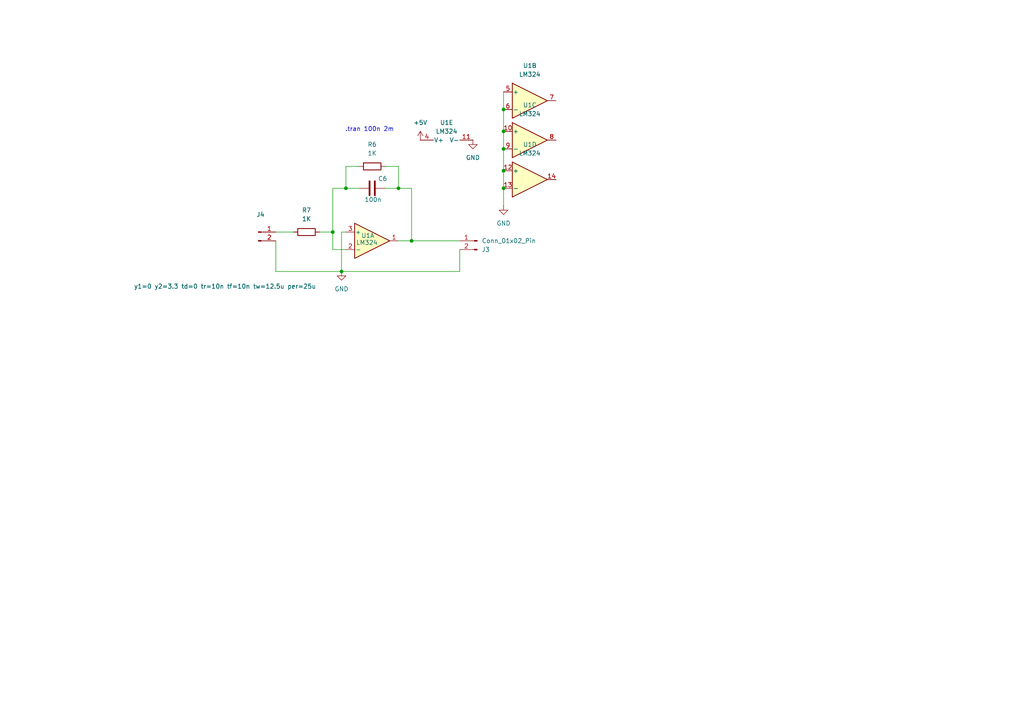
<source format=kicad_sch>
(kicad_sch (version 20231120) (generator "eeschema") (generator_version "8.0")
  (paper "A4")
  (lib_symbols
    (symbol "Amplifier_Operational:LM324" (pin_names (offset 0.127))
      (property "Reference" "U" (at 0 5.08 0))
      (property "Value" "LM324" (at 0 -5.08 0))
      (symbol "LM324_1_1"
        (polyline (pts (xy -5.08 5.08) (xy 5.08 0) (xy -5.08 -5.08) (xy -5.08 5.08)) (stroke (width 0.254)) (fill (type background)))
        (pin output line (at 7.62 0 180) (length 2.54) (name "~") (number "1"))
        (pin input line (at -7.62 -2.54 0) (length 2.54) (name "-") (number "2"))
        (pin input line (at -7.62 2.54 0) (length 2.54) (name "+") (number "3"))
      )
      (symbol "LM324_2_1"
        (polyline (pts (xy -5.08 5.08) (xy 5.08 0) (xy -5.08 -5.08) (xy -5.08 5.08)) (stroke (width 0.254)) (fill (type background)))
        (pin input line (at -7.62 2.54 0) (length 2.54) (name "+") (number "5"))
        (pin input line (at -7.62 -2.54 0) (length 2.54) (name "-") (number "6"))
        (pin output line (at 7.62 0 180) (length 2.54) (name "~") (number "7"))
      )
      (symbol "LM324_3_1"
        (polyline (pts (xy -5.08 5.08) (xy 5.08 0) (xy -5.08 -5.08) (xy -5.08 5.08)) (stroke (width 0.254)) (fill (type background)))
        (pin input line (at -7.62 2.54 0) (length 2.54) (name "+") (number "10"))
        (pin output line (at 7.62 0 180) (length 2.54) (name "~") (number "8"))
        (pin input line (at -7.62 -2.54 0) (length 2.54) (name "-") (number "9"))
      )
      (symbol "LM324_4_1"
        (polyline (pts (xy -5.08 5.08) (xy 5.08 0) (xy -5.08 -5.08) (xy -5.08 5.08)) (stroke (width 0.254)) (fill (type background)))
        (pin input line (at -7.62 2.54 0) (length 2.54) (name "+") (number "12"))
        (pin input line (at -7.62 -2.54 0) (length 2.54) (name "-") (number "13"))
        (pin output line (at 7.62 0 180) (length 2.54) (name "~") (number "14"))
      )
      (symbol "LM324_5_1"
        (pin power_in line (at -2.54 -7.62 90) (length 3.81) (name "V-") (number "11"))
        (pin power_in line (at -2.54 7.62 270) (length 3.81) (name "V+") (number "4"))
      )
    )
    (symbol "Connector:Conn_01x02_Pin" (pin_names (offset 1.016) hide)
      (property "Reference" "J" (at 0 2.54 0))
      (property "Value" "Conn_01x02_Pin" (at 0 -5.08 0))
      (symbol "Conn_01x02_Pin_1_1"
        (polyline (pts (xy 1.27 -2.54) (xy 0.8636 -2.54)) (stroke (width 0.1524)))
        (polyline (pts (xy 1.27 0) (xy 0.8636 0)) (stroke (width 0.1524)))
        (rectangle (start 0.8636 -2.413) (end 0 -2.667) (stroke (width 0.1524)) (fill (type outline)))
        (rectangle (start 0.8636 0.127) (end 0 -0.127) (stroke (width 0.1524)) (fill (type outline)))
        (pin passive line (at 5.08 0 180) (length 3.81) (name "Pin_1") (number "1"))
        (pin passive line (at 5.08 -2.54 180) (length 3.81) (name "Pin_2") (number "2"))
      )
    )
    (symbol "Device:C" (pin_numbers hide) (pin_names (offset 0.254))
      (property "Reference" "C" (at 0.635 2.54 0))
      (property "Value" "C" (at 0.635 -2.54 0))
      (symbol "C_0_1"
        (polyline (pts (xy -2.032 -0.762) (xy 2.032 -0.762)) (stroke (width 0.508)))
        (polyline (pts (xy -2.032 0.762) (xy 2.032 0.762)) (stroke (width 0.508)))
      )
      (symbol "C_1_1"
        (pin passive line (at 0 3.81 270) (length 2.794) (name "~") (number "1"))
        (pin passive line (at 0 -3.81 90) (length 2.794) (name "~") (number "2"))
      )
    )
    (symbol "Device:R" (pin_numbers hide) (pin_names (offset 0))
      (property "Reference" "R" (at 2.032 0 90))
      (property "Value" "R" (at 0 0 90))
      (symbol "R_0_1"
        (rectangle (start -1.016 -2.54) (end 1.016 2.54) (stroke (width 0.254)))
      )
      (symbol "R_1_1"
        (pin passive line (at 0 3.81 270) (length 1.27) (name "~") (number "1"))
        (pin passive line (at 0 -3.81 90) (length 1.27) (name "~") (number "2"))
      )
    )
    (symbol "power:+5V" (power) (pin_numbers hide) (pin_names (offset 0) hide)
      (property "Value" "+5V" (at 0 3.556 0))
      (symbol "+5V_0_1"
        (polyline (pts (xy -0.762 1.27) (xy 0 2.54)))
        (polyline (pts (xy 0 0) (xy 0 2.54)))
        (polyline (pts (xy 0 2.54) (xy 0.762 1.27)))
      )
      (symbol "+5V_1_1"
        (pin power_in line (at 0 0 90) (length 0) (name "~") (number "1"))
      )
    )
    (symbol "power:GND" (power) (pin_numbers hide) (pin_names (offset 0) hide)
      (property "Value" "GND" (at 0 -3.81 0))
      (symbol "GND_0_1"
        (polyline (pts (xy 0 0) (xy 0 -1.27) (xy 1.27 -1.27) (xy 0 -2.54) (xy -1.27 -1.27) (xy 0 -1.27)))
      )
      (symbol "GND_1_1"
        (pin power_in line (at 0 0 270) (length 0) (name "~") (number "1"))
      )
    )
  )
  (junction (at 115.57 54.61))
  (junction (at 99.06 78.74))
  (junction (at 146.05 31.75))
  (junction (at 146.05 38.1))
  (junction (at 146.05 43.18))
  (junction (at 96.52 67.31))
  (junction (at 146.05 49.53))
  (junction (at 146.05 54.61))
  (junction (at 100.33 54.61))
  (junction (at 119.38 69.85))
  (wire (pts (xy 96.52 72.39) (xy 100.33 72.39)))
  (wire (pts (xy 115.57 54.61) (xy 119.38 54.61)))
  (wire (pts (xy 100.33 54.61) (xy 104.14 54.61)))
  (wire (pts (xy 119.38 54.61) (xy 119.38 69.85)))
  (wire (pts (xy 111.76 54.61) (xy 115.57 54.61)))
  (wire (pts (xy 146.05 31.75) (xy 146.05 38.1)))
  (wire (pts (xy 99.06 67.31) (xy 99.06 78.74)))
  (wire (pts (xy 146.05 54.61) (xy 146.05 59.69)))
  (wire (pts (xy 92.71 67.31) (xy 96.52 67.31)))
  (wire (pts (xy 111.76 48.26) (xy 115.57 48.26)))
  (wire (pts (xy 80.01 69.85) (xy 80.01 78.74)))
  (wire (pts (xy 100.33 48.26) (xy 100.33 54.61)))
  (wire (pts (xy 146.05 49.53) (xy 146.05 54.61)))
  (wire (pts (xy 96.52 67.31) (xy 96.52 72.39)))
  (wire (pts (xy 115.57 48.26) (xy 115.57 54.61)))
  (wire (pts (xy 80.01 78.74) (xy 99.06 78.74)))
  (wire (pts (xy 100.33 67.31) (xy 99.06 67.31)))
  (wire (pts (xy 115.57 69.85) (xy 119.38 69.85)))
  (wire (pts (xy 146.05 43.18) (xy 146.05 49.53)))
  (wire (pts (xy 96.52 54.61) (xy 100.33 54.61)))
  (wire (pts (xy 133.35 78.74) (xy 99.06 78.74)))
  (wire (pts (xy 146.05 38.1) (xy 146.05 43.18)))
  (wire (pts (xy 80.01 67.31) (xy 85.09 67.31)))
  (wire (pts (xy 133.35 72.39) (xy 133.35 78.74)))
  (wire (pts (xy 96.52 54.61) (xy 96.52 67.31)))
  (wire (pts (xy 119.38 69.85) (xy 133.35 69.85)))
  (wire (pts (xy 146.05 26.67) (xy 146.05 31.75)))
  (wire (pts (xy 104.14 48.26) (xy 100.33 48.26)))
  (text ".tran 100n 2m" (at 107.188 37.592 0) (effects (font (size 1.27 1.27))))
  (symbol (lib_id "Amplifier_Operational:LM324") (at 153.67 40.64 0) (unit 3)
    (property "Reference" "U1" (at 153.67 30.48 0))
    (property "Value" "LM324" (at 153.67 33.02 0))
    (property "Datasheet" "http://www.ti.com/lit/ds/symlink/lm2902-n.pdf" (effects (hide yes)))
    (property "Description" "Low-Power, Quad-Operational Amplifiers, DIP-14/SOIC-14/SSOP-14" (effects (hide yes)))
    (property "Sim.Library" "C:\\Users\\Mads2\\Projects\\DTU\\Oscilloscope\\docs\\Kicad\\Spice_Models\\lmx24_lm2902.lib" (effects (hide yes)))
    (property "Sim.Name" "LMX24_LM2902" (effects (hide yes)))
    (property "Sim.Device" "SUBCKT" (effects (hide yes)))
    (property "Sim.Pins" "1=IN+ 2=IN- 3=VCC 4=VEE 5=OUT" (effects (hide yes)))
  )
  (symbol (lib_id "Amplifier_Operational:LM324") (at 153.67 52.07 0) (unit 4)
    (property "Reference" "U1" (at 153.67 41.91 0))
    (property "Value" "LM324" (at 153.67 44.45 0))
    (property "Datasheet" "http://www.ti.com/lit/ds/symlink/lm2902-n.pdf" (effects (hide yes)))
    (property "Description" "Low-Power, Quad-Operational Amplifiers, DIP-14/SOIC-14/SSOP-14" (effects (hide yes)))
    (property "Sim.Library" "C:\\Users\\Mads2\\Projects\\DTU\\Oscilloscope\\docs\\Kicad\\Spice_Models\\lmx24_lm2902.lib" (effects (hide yes)))
    (property "Sim.Name" "LMX24_LM2902" (effects (hide yes)))
    (property "Sim.Device" "SUBCKT" (effects (hide yes)))
    (property "Sim.Pins" "1=IN+ 2=IN- 3=VCC 4=VEE 5=OUT" (effects (hide yes)))
  )
  (symbol (lib_id "Device:R") (at 107.95 48.26 90) (unit 1)
    (property "Reference" "R6" (at 107.95 41.91 90))
    (property "Value" "1K" (at 107.95 44.45 90))
    (property "Description" "Resistor" (effects (hide yes)))
    (property "Sim.Device" "R" (effects (hide yes)))
    (property "Sim.Pins" "1=+ 2=-" (effects (hide yes)))
  )
  (symbol (lib_id "power:GND") (at 99.06 78.74 0) (unit 1)
    (property "Reference" "#PWR02" (effects (hide yes)))
    (property "Value" "GND" (at 99.06 83.82 0))
    (property "Description" "Power symbol creates a global label with name \"GND\" , ground" (effects (hide yes)))
  )
  (symbol (lib_id "Device:R") (at 88.9 67.31 90) (unit 1)
    (property "Reference" "R7" (at 88.9 60.96 90))
    (property "Value" "1K" (at 88.9 63.5 90))
    (property "Description" "Resistor" (effects (hide yes)))
    (property "Sim.Device" "R" (effects (hide yes)))
    (property "Sim.Pins" "1=+ 2=-" (effects (hide yes)))
  )
  (symbol (lib_id "Connector:Conn_01x02_Pin") (at 138.43 69.85 0) (mirror y) (unit 1) (exclude_from_sim yes)
    (property "Reference" "J3" (at 139.7 72.3901 0) (effects (justify right)))
    (property "Value" "Conn_01x02_Pin" (at 139.7 69.8501 0) (effects (justify right)))
    (property "Description" "Generic connector, single row, 01x02, script generated" (effects (hide yes)))
  )
  (symbol (lib_id "Amplifier_Operational:LM324") (at 129.54 38.1 90) (unit 5)
    (property "Reference" "U1" (at 129.54 35.56 90))
    (property "Value" "LM324" (at 129.54 38.1 90))
    (property "Datasheet" "http://www.ti.com/lit/ds/symlink/lm2902-n.pdf" (effects (hide yes)))
    (property "Description" "Low-Power, Quad-Operational Amplifiers, DIP-14/SOIC-14/SSOP-14" (effects (hide yes)))
    (property "Sim.Library" "C:\\Users\\Mads2\\Projects\\DTU\\Oscilloscope\\docs\\Kicad\\Spice_Models\\lmx24_lm2902.lib" (effects (hide yes)))
    (property "Sim.Name" "LMX24_LM2902" (effects (hide yes)))
    (property "Sim.Device" "SUBCKT" (effects (hide yes)))
    (property "Sim.Pins" "1=IN+ 2=IN- 3=VCC 4=VEE 5=OUT" (effects (hide yes)))
  )
  (symbol (lib_id "power:GND") (at 137.16 40.64 0) (unit 1)
    (property "Reference" "#PWR04" (effects (hide yes)))
    (property "Value" "GND" (at 137.16 45.72 0))
    (property "Description" "Power symbol creates a global label with name \"GND\" , ground" (effects (hide yes)))
  )
  (symbol (lib_id "Connector:Conn_01x02_Pin") (at 74.93 67.31 0) (unit 1)
    (property "Reference" "J4" (at 75.565 62.23 0))
    (property "Value" "${SIM.PARAMS}" (at 65.278 83.058 0))
    (property "Description" "Generic connector, single row, 01x02, script generated" (effects (hide yes)))
    (property "Sim.Device" "V" (effects (hide yes)))
    (property "Sim.Type" "PULSE" (effects (hide yes)))
    (property "Sim.Pins" "1=+ 2=-" (effects (hide yes)))
    (property "Sim.Params" "y1=0 y2=3.3 td=0 tr=10n tf=10n tw=12.5u per=25u" (effects (hide yes)))
  )
  (symbol (lib_id "power:GND") (at 146.05 59.69 0) (unit 1)
    (property "Reference" "#PWR03" (effects (hide yes)))
    (property "Value" "GND" (at 146.05 64.77 0))
    (property "Description" "Power symbol creates a global label with name \"GND\" , ground" (effects (hide yes)))
  )
  (symbol (lib_id "power:+5V") (at 121.92 40.64 0) (unit 1)
    (property "Reference" "#PWR05" (effects (hide yes)))
    (property "Value" "+5V" (at 121.92 35.56 0))
    (property "Description" "Power symbol creates a global label with name \"+5V\"" (effects (hide yes)))
  )
  (symbol (lib_id "Amplifier_Operational:LM324") (at 153.67 29.21 0) (unit 2)
    (property "Reference" "U1" (at 153.67 19.05 0))
    (property "Value" "LM324" (at 153.67 21.59 0))
    (property "Datasheet" "http://www.ti.com/lit/ds/symlink/lm2902-n.pdf" (effects (hide yes)))
    (property "Description" "Low-Power, Quad-Operational Amplifiers, DIP-14/SOIC-14/SSOP-14" (effects (hide yes)))
    (property "Sim.Library" "C:\\Users\\Mads2\\Projects\\DTU\\Oscilloscope\\docs\\Kicad\\Spice_Models\\lmx24_lm2902.lib" (effects (hide yes)))
    (property "Sim.Name" "LMX24_LM2902" (effects (hide yes)))
    (property "Sim.Device" "SUBCKT" (effects (hide yes)))
    (property "Sim.Pins" "1=IN+ 2=IN- 3=VCC 4=VEE 5=OUT" (effects (hide yes)))
  )
  (symbol (lib_id "Device:C") (at 107.95 54.61 90) (unit 1)
    (property "Reference" "C6" (at 110.998 51.816 90))
    (property "Value" "100n" (at 108.204 57.912 90))
    (property "Description" "Unpolarized capacitor" (effects (hide yes)))
    (property "Sim.Device" "C" (effects (hide yes)))
    (property "Sim.Pins" "1=+ 2=-" (effects (hide yes)))
  )
  (symbol (lib_id "Amplifier_Operational:LM324") (at 107.95 69.85 0) (unit 1)
    (property "Reference" "U1" (at 106.68 68.326 0))
    (property "Value" "LM324" (at 106.426 70.358 0))
    (property "Datasheet" "http://www.ti.com/lit/ds/symlink/lm2902-n.pdf" (effects (hide yes)))
    (property "Description" "Low-Power, Quad-Operational Amplifiers, DIP-14/SOIC-14/SSOP-14" (effects (hide yes)))
    (property "Sim.Library" "C:\\Users\\Mads2\\Projects\\DTU\\Oscilloscope\\docs\\Kicad\\Spice_Models\\lmx24_lm2902.lib" (effects (hide yes)))
    (property "Sim.Name" "LMX24_LM2902" (effects (hide yes)))
    (property "Sim.Device" "SUBCKT" (effects (hide yes)))
    (property "Sim.Pins" "1=IN+ 2=IN- 3=VCC 4=VEE 5=OUT" (effects (hide yes)))
  )
)
</source>
